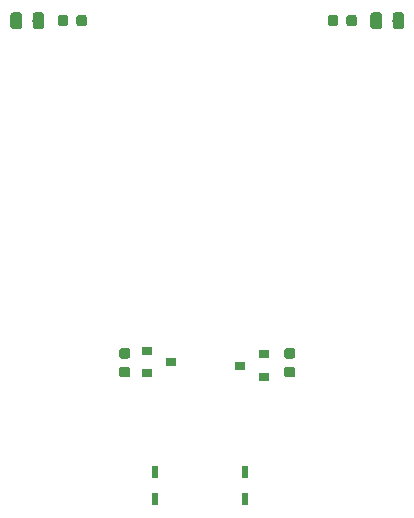
<source format=gbr>
G04 #@! TF.GenerationSoftware,KiCad,Pcbnew,(5.0.2)-1*
G04 #@! TF.CreationDate,2019-10-28T10:13:20+02:00*
G04 #@! TF.ProjectId,2-relay-over-io,322d7265-6c61-4792-9d6f-7665722d696f,rev?*
G04 #@! TF.SameCoordinates,Original*
G04 #@! TF.FileFunction,Paste,Top*
G04 #@! TF.FilePolarity,Positive*
%FSLAX46Y46*%
G04 Gerber Fmt 4.6, Leading zero omitted, Abs format (unit mm)*
G04 Created by KiCad (PCBNEW (5.0.2)-1) date 28.10.2019 10:13:20*
%MOMM*%
%LPD*%
G01*
G04 APERTURE LIST*
%ADD10C,0.100000*%
%ADD11C,0.875000*%
%ADD12R,0.900000X0.800000*%
%ADD13R,0.550000X1.110000*%
%ADD14C,0.975000*%
G04 APERTURE END LIST*
D10*
G04 #@! TO.C,R2*
G36*
X108977691Y-96681053D02*
X108998926Y-96684203D01*
X109019750Y-96689419D01*
X109039962Y-96696651D01*
X109059368Y-96705830D01*
X109077781Y-96716866D01*
X109095024Y-96729654D01*
X109110930Y-96744070D01*
X109125346Y-96759976D01*
X109138134Y-96777219D01*
X109149170Y-96795632D01*
X109158349Y-96815038D01*
X109165581Y-96835250D01*
X109170797Y-96856074D01*
X109173947Y-96877309D01*
X109175000Y-96898750D01*
X109175000Y-97411250D01*
X109173947Y-97432691D01*
X109170797Y-97453926D01*
X109165581Y-97474750D01*
X109158349Y-97494962D01*
X109149170Y-97514368D01*
X109138134Y-97532781D01*
X109125346Y-97550024D01*
X109110930Y-97565930D01*
X109095024Y-97580346D01*
X109077781Y-97593134D01*
X109059368Y-97604170D01*
X109039962Y-97613349D01*
X109019750Y-97620581D01*
X108998926Y-97625797D01*
X108977691Y-97628947D01*
X108956250Y-97630000D01*
X108518750Y-97630000D01*
X108497309Y-97628947D01*
X108476074Y-97625797D01*
X108455250Y-97620581D01*
X108435038Y-97613349D01*
X108415632Y-97604170D01*
X108397219Y-97593134D01*
X108379976Y-97580346D01*
X108364070Y-97565930D01*
X108349654Y-97550024D01*
X108336866Y-97532781D01*
X108325830Y-97514368D01*
X108316651Y-97494962D01*
X108309419Y-97474750D01*
X108304203Y-97453926D01*
X108301053Y-97432691D01*
X108300000Y-97411250D01*
X108300000Y-96898750D01*
X108301053Y-96877309D01*
X108304203Y-96856074D01*
X108309419Y-96835250D01*
X108316651Y-96815038D01*
X108325830Y-96795632D01*
X108336866Y-96777219D01*
X108349654Y-96759976D01*
X108364070Y-96744070D01*
X108379976Y-96729654D01*
X108397219Y-96716866D01*
X108415632Y-96705830D01*
X108435038Y-96696651D01*
X108455250Y-96689419D01*
X108476074Y-96684203D01*
X108497309Y-96681053D01*
X108518750Y-96680000D01*
X108956250Y-96680000D01*
X108977691Y-96681053D01*
X108977691Y-96681053D01*
G37*
D11*
X108737500Y-97155000D03*
D10*
G36*
X107402691Y-96681053D02*
X107423926Y-96684203D01*
X107444750Y-96689419D01*
X107464962Y-96696651D01*
X107484368Y-96705830D01*
X107502781Y-96716866D01*
X107520024Y-96729654D01*
X107535930Y-96744070D01*
X107550346Y-96759976D01*
X107563134Y-96777219D01*
X107574170Y-96795632D01*
X107583349Y-96815038D01*
X107590581Y-96835250D01*
X107595797Y-96856074D01*
X107598947Y-96877309D01*
X107600000Y-96898750D01*
X107600000Y-97411250D01*
X107598947Y-97432691D01*
X107595797Y-97453926D01*
X107590581Y-97474750D01*
X107583349Y-97494962D01*
X107574170Y-97514368D01*
X107563134Y-97532781D01*
X107550346Y-97550024D01*
X107535930Y-97565930D01*
X107520024Y-97580346D01*
X107502781Y-97593134D01*
X107484368Y-97604170D01*
X107464962Y-97613349D01*
X107444750Y-97620581D01*
X107423926Y-97625797D01*
X107402691Y-97628947D01*
X107381250Y-97630000D01*
X106943750Y-97630000D01*
X106922309Y-97628947D01*
X106901074Y-97625797D01*
X106880250Y-97620581D01*
X106860038Y-97613349D01*
X106840632Y-97604170D01*
X106822219Y-97593134D01*
X106804976Y-97580346D01*
X106789070Y-97565930D01*
X106774654Y-97550024D01*
X106761866Y-97532781D01*
X106750830Y-97514368D01*
X106741651Y-97494962D01*
X106734419Y-97474750D01*
X106729203Y-97453926D01*
X106726053Y-97432691D01*
X106725000Y-97411250D01*
X106725000Y-96898750D01*
X106726053Y-96877309D01*
X106729203Y-96856074D01*
X106734419Y-96835250D01*
X106741651Y-96815038D01*
X106750830Y-96795632D01*
X106761866Y-96777219D01*
X106774654Y-96759976D01*
X106789070Y-96744070D01*
X106804976Y-96729654D01*
X106822219Y-96716866D01*
X106840632Y-96705830D01*
X106860038Y-96696651D01*
X106880250Y-96689419D01*
X106901074Y-96684203D01*
X106922309Y-96681053D01*
X106943750Y-96680000D01*
X107381250Y-96680000D01*
X107402691Y-96681053D01*
X107402691Y-96681053D01*
G37*
D11*
X107162500Y-97155000D03*
G04 #@! TD*
D10*
G04 #@! TO.C,R3*
G36*
X131837691Y-96681053D02*
X131858926Y-96684203D01*
X131879750Y-96689419D01*
X131899962Y-96696651D01*
X131919368Y-96705830D01*
X131937781Y-96716866D01*
X131955024Y-96729654D01*
X131970930Y-96744070D01*
X131985346Y-96759976D01*
X131998134Y-96777219D01*
X132009170Y-96795632D01*
X132018349Y-96815038D01*
X132025581Y-96835250D01*
X132030797Y-96856074D01*
X132033947Y-96877309D01*
X132035000Y-96898750D01*
X132035000Y-97411250D01*
X132033947Y-97432691D01*
X132030797Y-97453926D01*
X132025581Y-97474750D01*
X132018349Y-97494962D01*
X132009170Y-97514368D01*
X131998134Y-97532781D01*
X131985346Y-97550024D01*
X131970930Y-97565930D01*
X131955024Y-97580346D01*
X131937781Y-97593134D01*
X131919368Y-97604170D01*
X131899962Y-97613349D01*
X131879750Y-97620581D01*
X131858926Y-97625797D01*
X131837691Y-97628947D01*
X131816250Y-97630000D01*
X131378750Y-97630000D01*
X131357309Y-97628947D01*
X131336074Y-97625797D01*
X131315250Y-97620581D01*
X131295038Y-97613349D01*
X131275632Y-97604170D01*
X131257219Y-97593134D01*
X131239976Y-97580346D01*
X131224070Y-97565930D01*
X131209654Y-97550024D01*
X131196866Y-97532781D01*
X131185830Y-97514368D01*
X131176651Y-97494962D01*
X131169419Y-97474750D01*
X131164203Y-97453926D01*
X131161053Y-97432691D01*
X131160000Y-97411250D01*
X131160000Y-96898750D01*
X131161053Y-96877309D01*
X131164203Y-96856074D01*
X131169419Y-96835250D01*
X131176651Y-96815038D01*
X131185830Y-96795632D01*
X131196866Y-96777219D01*
X131209654Y-96759976D01*
X131224070Y-96744070D01*
X131239976Y-96729654D01*
X131257219Y-96716866D01*
X131275632Y-96705830D01*
X131295038Y-96696651D01*
X131315250Y-96689419D01*
X131336074Y-96684203D01*
X131357309Y-96681053D01*
X131378750Y-96680000D01*
X131816250Y-96680000D01*
X131837691Y-96681053D01*
X131837691Y-96681053D01*
G37*
D11*
X131597500Y-97155000D03*
D10*
G36*
X130262691Y-96681053D02*
X130283926Y-96684203D01*
X130304750Y-96689419D01*
X130324962Y-96696651D01*
X130344368Y-96705830D01*
X130362781Y-96716866D01*
X130380024Y-96729654D01*
X130395930Y-96744070D01*
X130410346Y-96759976D01*
X130423134Y-96777219D01*
X130434170Y-96795632D01*
X130443349Y-96815038D01*
X130450581Y-96835250D01*
X130455797Y-96856074D01*
X130458947Y-96877309D01*
X130460000Y-96898750D01*
X130460000Y-97411250D01*
X130458947Y-97432691D01*
X130455797Y-97453926D01*
X130450581Y-97474750D01*
X130443349Y-97494962D01*
X130434170Y-97514368D01*
X130423134Y-97532781D01*
X130410346Y-97550024D01*
X130395930Y-97565930D01*
X130380024Y-97580346D01*
X130362781Y-97593134D01*
X130344368Y-97604170D01*
X130324962Y-97613349D01*
X130304750Y-97620581D01*
X130283926Y-97625797D01*
X130262691Y-97628947D01*
X130241250Y-97630000D01*
X129803750Y-97630000D01*
X129782309Y-97628947D01*
X129761074Y-97625797D01*
X129740250Y-97620581D01*
X129720038Y-97613349D01*
X129700632Y-97604170D01*
X129682219Y-97593134D01*
X129664976Y-97580346D01*
X129649070Y-97565930D01*
X129634654Y-97550024D01*
X129621866Y-97532781D01*
X129610830Y-97514368D01*
X129601651Y-97494962D01*
X129594419Y-97474750D01*
X129589203Y-97453926D01*
X129586053Y-97432691D01*
X129585000Y-97411250D01*
X129585000Y-96898750D01*
X129586053Y-96877309D01*
X129589203Y-96856074D01*
X129594419Y-96835250D01*
X129601651Y-96815038D01*
X129610830Y-96795632D01*
X129621866Y-96777219D01*
X129634654Y-96759976D01*
X129649070Y-96744070D01*
X129664976Y-96729654D01*
X129682219Y-96716866D01*
X129700632Y-96705830D01*
X129720038Y-96696651D01*
X129740250Y-96689419D01*
X129761074Y-96684203D01*
X129782309Y-96681053D01*
X129803750Y-96680000D01*
X130241250Y-96680000D01*
X130262691Y-96681053D01*
X130262691Y-96681053D01*
G37*
D11*
X130022500Y-97155000D03*
G04 #@! TD*
D10*
G04 #@! TO.C,R6*
G36*
X126642691Y-124891553D02*
X126663926Y-124894703D01*
X126684750Y-124899919D01*
X126704962Y-124907151D01*
X126724368Y-124916330D01*
X126742781Y-124927366D01*
X126760024Y-124940154D01*
X126775930Y-124954570D01*
X126790346Y-124970476D01*
X126803134Y-124987719D01*
X126814170Y-125006132D01*
X126823349Y-125025538D01*
X126830581Y-125045750D01*
X126835797Y-125066574D01*
X126838947Y-125087809D01*
X126840000Y-125109250D01*
X126840000Y-125546750D01*
X126838947Y-125568191D01*
X126835797Y-125589426D01*
X126830581Y-125610250D01*
X126823349Y-125630462D01*
X126814170Y-125649868D01*
X126803134Y-125668281D01*
X126790346Y-125685524D01*
X126775930Y-125701430D01*
X126760024Y-125715846D01*
X126742781Y-125728634D01*
X126724368Y-125739670D01*
X126704962Y-125748849D01*
X126684750Y-125756081D01*
X126663926Y-125761297D01*
X126642691Y-125764447D01*
X126621250Y-125765500D01*
X126108750Y-125765500D01*
X126087309Y-125764447D01*
X126066074Y-125761297D01*
X126045250Y-125756081D01*
X126025038Y-125748849D01*
X126005632Y-125739670D01*
X125987219Y-125728634D01*
X125969976Y-125715846D01*
X125954070Y-125701430D01*
X125939654Y-125685524D01*
X125926866Y-125668281D01*
X125915830Y-125649868D01*
X125906651Y-125630462D01*
X125899419Y-125610250D01*
X125894203Y-125589426D01*
X125891053Y-125568191D01*
X125890000Y-125546750D01*
X125890000Y-125109250D01*
X125891053Y-125087809D01*
X125894203Y-125066574D01*
X125899419Y-125045750D01*
X125906651Y-125025538D01*
X125915830Y-125006132D01*
X125926866Y-124987719D01*
X125939654Y-124970476D01*
X125954070Y-124954570D01*
X125969976Y-124940154D01*
X125987219Y-124927366D01*
X126005632Y-124916330D01*
X126025038Y-124907151D01*
X126045250Y-124899919D01*
X126066074Y-124894703D01*
X126087309Y-124891553D01*
X126108750Y-124890500D01*
X126621250Y-124890500D01*
X126642691Y-124891553D01*
X126642691Y-124891553D01*
G37*
D11*
X126365000Y-125328000D03*
D10*
G36*
X126642691Y-126466553D02*
X126663926Y-126469703D01*
X126684750Y-126474919D01*
X126704962Y-126482151D01*
X126724368Y-126491330D01*
X126742781Y-126502366D01*
X126760024Y-126515154D01*
X126775930Y-126529570D01*
X126790346Y-126545476D01*
X126803134Y-126562719D01*
X126814170Y-126581132D01*
X126823349Y-126600538D01*
X126830581Y-126620750D01*
X126835797Y-126641574D01*
X126838947Y-126662809D01*
X126840000Y-126684250D01*
X126840000Y-127121750D01*
X126838947Y-127143191D01*
X126835797Y-127164426D01*
X126830581Y-127185250D01*
X126823349Y-127205462D01*
X126814170Y-127224868D01*
X126803134Y-127243281D01*
X126790346Y-127260524D01*
X126775930Y-127276430D01*
X126760024Y-127290846D01*
X126742781Y-127303634D01*
X126724368Y-127314670D01*
X126704962Y-127323849D01*
X126684750Y-127331081D01*
X126663926Y-127336297D01*
X126642691Y-127339447D01*
X126621250Y-127340500D01*
X126108750Y-127340500D01*
X126087309Y-127339447D01*
X126066074Y-127336297D01*
X126045250Y-127331081D01*
X126025038Y-127323849D01*
X126005632Y-127314670D01*
X125987219Y-127303634D01*
X125969976Y-127290846D01*
X125954070Y-127276430D01*
X125939654Y-127260524D01*
X125926866Y-127243281D01*
X125915830Y-127224868D01*
X125906651Y-127205462D01*
X125899419Y-127185250D01*
X125894203Y-127164426D01*
X125891053Y-127143191D01*
X125890000Y-127121750D01*
X125890000Y-126684250D01*
X125891053Y-126662809D01*
X125894203Y-126641574D01*
X125899419Y-126620750D01*
X125906651Y-126600538D01*
X125915830Y-126581132D01*
X125926866Y-126562719D01*
X125939654Y-126545476D01*
X125954070Y-126529570D01*
X125969976Y-126515154D01*
X125987219Y-126502366D01*
X126005632Y-126491330D01*
X126025038Y-126482151D01*
X126045250Y-126474919D01*
X126066074Y-126469703D01*
X126087309Y-126466553D01*
X126108750Y-126465500D01*
X126621250Y-126465500D01*
X126642691Y-126466553D01*
X126642691Y-126466553D01*
G37*
D11*
X126365000Y-126903000D03*
G04 #@! TD*
D12*
G04 #@! TO.C,Q3*
X124190000Y-127315000D03*
X124190000Y-125415000D03*
X122190000Y-126365000D03*
G04 #@! TD*
D13*
G04 #@! TO.C,D5*
X114935000Y-135385000D03*
X114935000Y-137665000D03*
G04 #@! TD*
G04 #@! TO.C,D6*
X122555000Y-135385000D03*
X122555000Y-137665000D03*
G04 #@! TD*
D10*
G04 #@! TO.C,DS1*
G36*
X103470142Y-96456174D02*
X103493803Y-96459684D01*
X103517007Y-96465496D01*
X103539529Y-96473554D01*
X103561153Y-96483782D01*
X103581670Y-96496079D01*
X103600883Y-96510329D01*
X103618607Y-96526393D01*
X103634671Y-96544117D01*
X103648921Y-96563330D01*
X103661218Y-96583847D01*
X103671446Y-96605471D01*
X103679504Y-96627993D01*
X103685316Y-96651197D01*
X103688826Y-96674858D01*
X103690000Y-96698750D01*
X103690000Y-97611250D01*
X103688826Y-97635142D01*
X103685316Y-97658803D01*
X103679504Y-97682007D01*
X103671446Y-97704529D01*
X103661218Y-97726153D01*
X103648921Y-97746670D01*
X103634671Y-97765883D01*
X103618607Y-97783607D01*
X103600883Y-97799671D01*
X103581670Y-97813921D01*
X103561153Y-97826218D01*
X103539529Y-97836446D01*
X103517007Y-97844504D01*
X103493803Y-97850316D01*
X103470142Y-97853826D01*
X103446250Y-97855000D01*
X102958750Y-97855000D01*
X102934858Y-97853826D01*
X102911197Y-97850316D01*
X102887993Y-97844504D01*
X102865471Y-97836446D01*
X102843847Y-97826218D01*
X102823330Y-97813921D01*
X102804117Y-97799671D01*
X102786393Y-97783607D01*
X102770329Y-97765883D01*
X102756079Y-97746670D01*
X102743782Y-97726153D01*
X102733554Y-97704529D01*
X102725496Y-97682007D01*
X102719684Y-97658803D01*
X102716174Y-97635142D01*
X102715000Y-97611250D01*
X102715000Y-96698750D01*
X102716174Y-96674858D01*
X102719684Y-96651197D01*
X102725496Y-96627993D01*
X102733554Y-96605471D01*
X102743782Y-96583847D01*
X102756079Y-96563330D01*
X102770329Y-96544117D01*
X102786393Y-96526393D01*
X102804117Y-96510329D01*
X102823330Y-96496079D01*
X102843847Y-96483782D01*
X102865471Y-96473554D01*
X102887993Y-96465496D01*
X102911197Y-96459684D01*
X102934858Y-96456174D01*
X102958750Y-96455000D01*
X103446250Y-96455000D01*
X103470142Y-96456174D01*
X103470142Y-96456174D01*
G37*
D14*
X103202500Y-97155000D03*
D10*
G36*
X105345142Y-96456174D02*
X105368803Y-96459684D01*
X105392007Y-96465496D01*
X105414529Y-96473554D01*
X105436153Y-96483782D01*
X105456670Y-96496079D01*
X105475883Y-96510329D01*
X105493607Y-96526393D01*
X105509671Y-96544117D01*
X105523921Y-96563330D01*
X105536218Y-96583847D01*
X105546446Y-96605471D01*
X105554504Y-96627993D01*
X105560316Y-96651197D01*
X105563826Y-96674858D01*
X105565000Y-96698750D01*
X105565000Y-97611250D01*
X105563826Y-97635142D01*
X105560316Y-97658803D01*
X105554504Y-97682007D01*
X105546446Y-97704529D01*
X105536218Y-97726153D01*
X105523921Y-97746670D01*
X105509671Y-97765883D01*
X105493607Y-97783607D01*
X105475883Y-97799671D01*
X105456670Y-97813921D01*
X105436153Y-97826218D01*
X105414529Y-97836446D01*
X105392007Y-97844504D01*
X105368803Y-97850316D01*
X105345142Y-97853826D01*
X105321250Y-97855000D01*
X104833750Y-97855000D01*
X104809858Y-97853826D01*
X104786197Y-97850316D01*
X104762993Y-97844504D01*
X104740471Y-97836446D01*
X104718847Y-97826218D01*
X104698330Y-97813921D01*
X104679117Y-97799671D01*
X104661393Y-97783607D01*
X104645329Y-97765883D01*
X104631079Y-97746670D01*
X104618782Y-97726153D01*
X104608554Y-97704529D01*
X104600496Y-97682007D01*
X104594684Y-97658803D01*
X104591174Y-97635142D01*
X104590000Y-97611250D01*
X104590000Y-96698750D01*
X104591174Y-96674858D01*
X104594684Y-96651197D01*
X104600496Y-96627993D01*
X104608554Y-96605471D01*
X104618782Y-96583847D01*
X104631079Y-96563330D01*
X104645329Y-96544117D01*
X104661393Y-96526393D01*
X104679117Y-96510329D01*
X104698330Y-96496079D01*
X104718847Y-96483782D01*
X104740471Y-96473554D01*
X104762993Y-96465496D01*
X104786197Y-96459684D01*
X104809858Y-96456174D01*
X104833750Y-96455000D01*
X105321250Y-96455000D01*
X105345142Y-96456174D01*
X105345142Y-96456174D01*
G37*
D14*
X105077500Y-97155000D03*
G04 #@! TD*
D10*
G04 #@! TO.C,DS2*
G36*
X133950142Y-96456174D02*
X133973803Y-96459684D01*
X133997007Y-96465496D01*
X134019529Y-96473554D01*
X134041153Y-96483782D01*
X134061670Y-96496079D01*
X134080883Y-96510329D01*
X134098607Y-96526393D01*
X134114671Y-96544117D01*
X134128921Y-96563330D01*
X134141218Y-96583847D01*
X134151446Y-96605471D01*
X134159504Y-96627993D01*
X134165316Y-96651197D01*
X134168826Y-96674858D01*
X134170000Y-96698750D01*
X134170000Y-97611250D01*
X134168826Y-97635142D01*
X134165316Y-97658803D01*
X134159504Y-97682007D01*
X134151446Y-97704529D01*
X134141218Y-97726153D01*
X134128921Y-97746670D01*
X134114671Y-97765883D01*
X134098607Y-97783607D01*
X134080883Y-97799671D01*
X134061670Y-97813921D01*
X134041153Y-97826218D01*
X134019529Y-97836446D01*
X133997007Y-97844504D01*
X133973803Y-97850316D01*
X133950142Y-97853826D01*
X133926250Y-97855000D01*
X133438750Y-97855000D01*
X133414858Y-97853826D01*
X133391197Y-97850316D01*
X133367993Y-97844504D01*
X133345471Y-97836446D01*
X133323847Y-97826218D01*
X133303330Y-97813921D01*
X133284117Y-97799671D01*
X133266393Y-97783607D01*
X133250329Y-97765883D01*
X133236079Y-97746670D01*
X133223782Y-97726153D01*
X133213554Y-97704529D01*
X133205496Y-97682007D01*
X133199684Y-97658803D01*
X133196174Y-97635142D01*
X133195000Y-97611250D01*
X133195000Y-96698750D01*
X133196174Y-96674858D01*
X133199684Y-96651197D01*
X133205496Y-96627993D01*
X133213554Y-96605471D01*
X133223782Y-96583847D01*
X133236079Y-96563330D01*
X133250329Y-96544117D01*
X133266393Y-96526393D01*
X133284117Y-96510329D01*
X133303330Y-96496079D01*
X133323847Y-96483782D01*
X133345471Y-96473554D01*
X133367993Y-96465496D01*
X133391197Y-96459684D01*
X133414858Y-96456174D01*
X133438750Y-96455000D01*
X133926250Y-96455000D01*
X133950142Y-96456174D01*
X133950142Y-96456174D01*
G37*
D14*
X133682500Y-97155000D03*
D10*
G36*
X135825142Y-96456174D02*
X135848803Y-96459684D01*
X135872007Y-96465496D01*
X135894529Y-96473554D01*
X135916153Y-96483782D01*
X135936670Y-96496079D01*
X135955883Y-96510329D01*
X135973607Y-96526393D01*
X135989671Y-96544117D01*
X136003921Y-96563330D01*
X136016218Y-96583847D01*
X136026446Y-96605471D01*
X136034504Y-96627993D01*
X136040316Y-96651197D01*
X136043826Y-96674858D01*
X136045000Y-96698750D01*
X136045000Y-97611250D01*
X136043826Y-97635142D01*
X136040316Y-97658803D01*
X136034504Y-97682007D01*
X136026446Y-97704529D01*
X136016218Y-97726153D01*
X136003921Y-97746670D01*
X135989671Y-97765883D01*
X135973607Y-97783607D01*
X135955883Y-97799671D01*
X135936670Y-97813921D01*
X135916153Y-97826218D01*
X135894529Y-97836446D01*
X135872007Y-97844504D01*
X135848803Y-97850316D01*
X135825142Y-97853826D01*
X135801250Y-97855000D01*
X135313750Y-97855000D01*
X135289858Y-97853826D01*
X135266197Y-97850316D01*
X135242993Y-97844504D01*
X135220471Y-97836446D01*
X135198847Y-97826218D01*
X135178330Y-97813921D01*
X135159117Y-97799671D01*
X135141393Y-97783607D01*
X135125329Y-97765883D01*
X135111079Y-97746670D01*
X135098782Y-97726153D01*
X135088554Y-97704529D01*
X135080496Y-97682007D01*
X135074684Y-97658803D01*
X135071174Y-97635142D01*
X135070000Y-97611250D01*
X135070000Y-96698750D01*
X135071174Y-96674858D01*
X135074684Y-96651197D01*
X135080496Y-96627993D01*
X135088554Y-96605471D01*
X135098782Y-96583847D01*
X135111079Y-96563330D01*
X135125329Y-96544117D01*
X135141393Y-96526393D01*
X135159117Y-96510329D01*
X135178330Y-96496079D01*
X135198847Y-96483782D01*
X135220471Y-96473554D01*
X135242993Y-96465496D01*
X135266197Y-96459684D01*
X135289858Y-96456174D01*
X135313750Y-96455000D01*
X135801250Y-96455000D01*
X135825142Y-96456174D01*
X135825142Y-96456174D01*
G37*
D14*
X135557500Y-97155000D03*
G04 #@! TD*
D12*
G04 #@! TO.C,Q2*
X114300000Y-125095000D03*
X114300000Y-126995000D03*
X116300000Y-126045000D03*
G04 #@! TD*
D10*
G04 #@! TO.C,R5*
G36*
X112672691Y-126466553D02*
X112693926Y-126469703D01*
X112714750Y-126474919D01*
X112734962Y-126482151D01*
X112754368Y-126491330D01*
X112772781Y-126502366D01*
X112790024Y-126515154D01*
X112805930Y-126529570D01*
X112820346Y-126545476D01*
X112833134Y-126562719D01*
X112844170Y-126581132D01*
X112853349Y-126600538D01*
X112860581Y-126620750D01*
X112865797Y-126641574D01*
X112868947Y-126662809D01*
X112870000Y-126684250D01*
X112870000Y-127121750D01*
X112868947Y-127143191D01*
X112865797Y-127164426D01*
X112860581Y-127185250D01*
X112853349Y-127205462D01*
X112844170Y-127224868D01*
X112833134Y-127243281D01*
X112820346Y-127260524D01*
X112805930Y-127276430D01*
X112790024Y-127290846D01*
X112772781Y-127303634D01*
X112754368Y-127314670D01*
X112734962Y-127323849D01*
X112714750Y-127331081D01*
X112693926Y-127336297D01*
X112672691Y-127339447D01*
X112651250Y-127340500D01*
X112138750Y-127340500D01*
X112117309Y-127339447D01*
X112096074Y-127336297D01*
X112075250Y-127331081D01*
X112055038Y-127323849D01*
X112035632Y-127314670D01*
X112017219Y-127303634D01*
X111999976Y-127290846D01*
X111984070Y-127276430D01*
X111969654Y-127260524D01*
X111956866Y-127243281D01*
X111945830Y-127224868D01*
X111936651Y-127205462D01*
X111929419Y-127185250D01*
X111924203Y-127164426D01*
X111921053Y-127143191D01*
X111920000Y-127121750D01*
X111920000Y-126684250D01*
X111921053Y-126662809D01*
X111924203Y-126641574D01*
X111929419Y-126620750D01*
X111936651Y-126600538D01*
X111945830Y-126581132D01*
X111956866Y-126562719D01*
X111969654Y-126545476D01*
X111984070Y-126529570D01*
X111999976Y-126515154D01*
X112017219Y-126502366D01*
X112035632Y-126491330D01*
X112055038Y-126482151D01*
X112075250Y-126474919D01*
X112096074Y-126469703D01*
X112117309Y-126466553D01*
X112138750Y-126465500D01*
X112651250Y-126465500D01*
X112672691Y-126466553D01*
X112672691Y-126466553D01*
G37*
D11*
X112395000Y-126903000D03*
D10*
G36*
X112672691Y-124891553D02*
X112693926Y-124894703D01*
X112714750Y-124899919D01*
X112734962Y-124907151D01*
X112754368Y-124916330D01*
X112772781Y-124927366D01*
X112790024Y-124940154D01*
X112805930Y-124954570D01*
X112820346Y-124970476D01*
X112833134Y-124987719D01*
X112844170Y-125006132D01*
X112853349Y-125025538D01*
X112860581Y-125045750D01*
X112865797Y-125066574D01*
X112868947Y-125087809D01*
X112870000Y-125109250D01*
X112870000Y-125546750D01*
X112868947Y-125568191D01*
X112865797Y-125589426D01*
X112860581Y-125610250D01*
X112853349Y-125630462D01*
X112844170Y-125649868D01*
X112833134Y-125668281D01*
X112820346Y-125685524D01*
X112805930Y-125701430D01*
X112790024Y-125715846D01*
X112772781Y-125728634D01*
X112754368Y-125739670D01*
X112734962Y-125748849D01*
X112714750Y-125756081D01*
X112693926Y-125761297D01*
X112672691Y-125764447D01*
X112651250Y-125765500D01*
X112138750Y-125765500D01*
X112117309Y-125764447D01*
X112096074Y-125761297D01*
X112075250Y-125756081D01*
X112055038Y-125748849D01*
X112035632Y-125739670D01*
X112017219Y-125728634D01*
X111999976Y-125715846D01*
X111984070Y-125701430D01*
X111969654Y-125685524D01*
X111956866Y-125668281D01*
X111945830Y-125649868D01*
X111936651Y-125630462D01*
X111929419Y-125610250D01*
X111924203Y-125589426D01*
X111921053Y-125568191D01*
X111920000Y-125546750D01*
X111920000Y-125109250D01*
X111921053Y-125087809D01*
X111924203Y-125066574D01*
X111929419Y-125045750D01*
X111936651Y-125025538D01*
X111945830Y-125006132D01*
X111956866Y-124987719D01*
X111969654Y-124970476D01*
X111984070Y-124954570D01*
X111999976Y-124940154D01*
X112017219Y-124927366D01*
X112035632Y-124916330D01*
X112055038Y-124907151D01*
X112075250Y-124899919D01*
X112096074Y-124894703D01*
X112117309Y-124891553D01*
X112138750Y-124890500D01*
X112651250Y-124890500D01*
X112672691Y-124891553D01*
X112672691Y-124891553D01*
G37*
D11*
X112395000Y-125328000D03*
G04 #@! TD*
M02*

</source>
